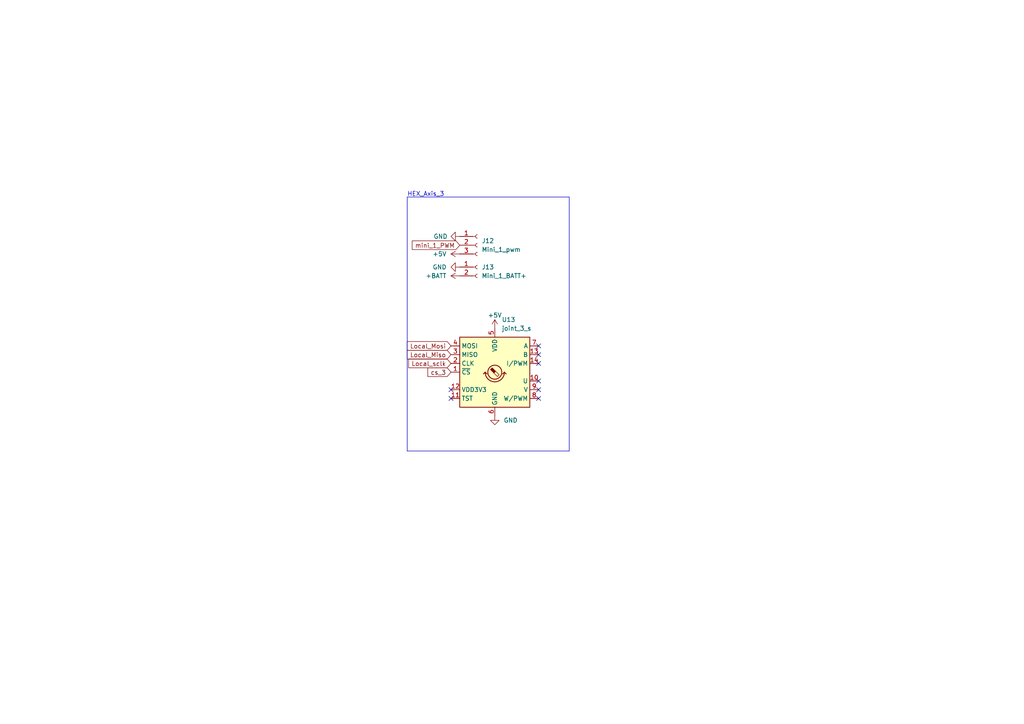
<source format=kicad_sch>
(kicad_sch (version 20230121) (generator eeschema)

  (uuid e632de0e-8ab6-4ad6-a57c-5e6386a4b6fd)

  (paper "A4")

  (lib_symbols
    (symbol "Connector:Conn_01x02_Female" (pin_names (offset 1.016) hide) (in_bom yes) (on_board yes)
      (property "Reference" "J" (at 0 2.54 0)
        (effects (font (size 1.27 1.27)))
      )
      (property "Value" "Conn_01x02_Female" (at 0 -5.08 0)
        (effects (font (size 1.27 1.27)))
      )
      (property "Footprint" "" (at 0 0 0)
        (effects (font (size 1.27 1.27)) hide)
      )
      (property "Datasheet" "~" (at 0 0 0)
        (effects (font (size 1.27 1.27)) hide)
      )
      (property "ki_keywords" "connector" (at 0 0 0)
        (effects (font (size 1.27 1.27)) hide)
      )
      (property "ki_description" "Generic connector, single row, 01x02, script generated (kicad-library-utils/schlib/autogen/connector/)" (at 0 0 0)
        (effects (font (size 1.27 1.27)) hide)
      )
      (property "ki_fp_filters" "Connector*:*_1x??_*" (at 0 0 0)
        (effects (font (size 1.27 1.27)) hide)
      )
      (symbol "Conn_01x02_Female_1_1"
        (arc (start 0 -2.032) (mid -0.5058 -2.54) (end 0 -3.048)
          (stroke (width 0.1524) (type default))
          (fill (type none))
        )
        (polyline
          (pts
            (xy -1.27 -2.54)
            (xy -0.508 -2.54)
          )
          (stroke (width 0.1524) (type default))
          (fill (type none))
        )
        (polyline
          (pts
            (xy -1.27 0)
            (xy -0.508 0)
          )
          (stroke (width 0.1524) (type default))
          (fill (type none))
        )
        (arc (start 0 0.508) (mid -0.5058 0) (end 0 -0.508)
          (stroke (width 0.1524) (type default))
          (fill (type none))
        )
        (pin passive line (at -5.08 0 0) (length 3.81)
          (name "Pin_1" (effects (font (size 1.27 1.27))))
          (number "1" (effects (font (size 1.27 1.27))))
        )
        (pin passive line (at -5.08 -2.54 0) (length 3.81)
          (name "Pin_2" (effects (font (size 1.27 1.27))))
          (number "2" (effects (font (size 1.27 1.27))))
        )
      )
    )
    (symbol "Connector:Conn_01x03_Female" (pin_names (offset 1.016) hide) (in_bom yes) (on_board yes)
      (property "Reference" "J" (at 0 5.08 0)
        (effects (font (size 1.27 1.27)))
      )
      (property "Value" "Conn_01x03_Female" (at 0 -5.08 0)
        (effects (font (size 1.27 1.27)))
      )
      (property "Footprint" "" (at 0 0 0)
        (effects (font (size 1.27 1.27)) hide)
      )
      (property "Datasheet" "~" (at 0 0 0)
        (effects (font (size 1.27 1.27)) hide)
      )
      (property "ki_keywords" "connector" (at 0 0 0)
        (effects (font (size 1.27 1.27)) hide)
      )
      (property "ki_description" "Generic connector, single row, 01x03, script generated (kicad-library-utils/schlib/autogen/connector/)" (at 0 0 0)
        (effects (font (size 1.27 1.27)) hide)
      )
      (property "ki_fp_filters" "Connector*:*_1x??_*" (at 0 0 0)
        (effects (font (size 1.27 1.27)) hide)
      )
      (symbol "Conn_01x03_Female_1_1"
        (arc (start 0 -2.032) (mid -0.5058 -2.54) (end 0 -3.048)
          (stroke (width 0.1524) (type default))
          (fill (type none))
        )
        (polyline
          (pts
            (xy -1.27 -2.54)
            (xy -0.508 -2.54)
          )
          (stroke (width 0.1524) (type default))
          (fill (type none))
        )
        (polyline
          (pts
            (xy -1.27 0)
            (xy -0.508 0)
          )
          (stroke (width 0.1524) (type default))
          (fill (type none))
        )
        (polyline
          (pts
            (xy -1.27 2.54)
            (xy -0.508 2.54)
          )
          (stroke (width 0.1524) (type default))
          (fill (type none))
        )
        (arc (start 0 0.508) (mid -0.5058 0) (end 0 -0.508)
          (stroke (width 0.1524) (type default))
          (fill (type none))
        )
        (arc (start 0 3.048) (mid -0.5058 2.54) (end 0 2.032)
          (stroke (width 0.1524) (type default))
          (fill (type none))
        )
        (pin passive line (at -5.08 2.54 0) (length 3.81)
          (name "Pin_1" (effects (font (size 1.27 1.27))))
          (number "1" (effects (font (size 1.27 1.27))))
        )
        (pin passive line (at -5.08 0 0) (length 3.81)
          (name "Pin_2" (effects (font (size 1.27 1.27))))
          (number "2" (effects (font (size 1.27 1.27))))
        )
        (pin passive line (at -5.08 -2.54 0) (length 3.81)
          (name "Pin_3" (effects (font (size 1.27 1.27))))
          (number "3" (effects (font (size 1.27 1.27))))
        )
      )
    )
    (symbol "Sensor_Magnetic:AS5047D" (in_bom yes) (on_board yes)
      (property "Reference" "U9" (at 2.0194 15.24 0)
        (effects (font (size 1.27 1.27)) (justify left))
      )
      (property "Value" "joint_3_s" (at 2.0194 12.7 0)
        (effects (font (size 1.27 1.27)) (justify left))
      )
      (property "Footprint" "Connector_JST:JST_EH_B6B-EH-A_1x06_P2.50mm_Vertical" (at 0 -15.24 0)
        (effects (font (size 1.27 1.27)) hide)
      )
      (property "Datasheet" "https://ams.com/documents/20143/36005/AS5047D_DS000394_2-00.pdf" (at -19.05 -13.97 0)
        (effects (font (size 1.27 1.27)) hide)
      )
      (property "ki_keywords" "Magnetic Hall Sensor" (at 0 0 0)
        (effects (font (size 1.27 1.27)) hide)
      )
      (property "ki_description" "On-Axis Magnetic Position Sensor, 14-bit, PWM Output, ABI Output, UVW Output, SPI Interface, TSSOP-14" (at 0 0 0)
        (effects (font (size 1.27 1.27)) hide)
      )
      (property "ki_fp_filters" "TSSOP*4.4x5mm*P0.65mm*" (at 0 0 0)
        (effects (font (size 1.27 1.27)) hide)
      )
      (symbol "AS5047D_1_1"
        (rectangle (start -10.16 10.16) (end 10.16 -10.16)
          (stroke (width 0.254) (type default))
          (fill (type background))
        )
        (arc (start -2.794 0) (mid 0 -2.7819) (end 2.794 0)
          (stroke (width 0.254) (type default))
          (fill (type none))
        )
        (polyline
          (pts
            (xy -2.794 0)
            (xy -3.302 -0.508)
          )
          (stroke (width 0.254) (type default))
          (fill (type none))
        )
        (polyline
          (pts
            (xy -2.794 0)
            (xy -2.286 -0.508)
          )
          (stroke (width 0.254) (type default))
          (fill (type none))
        )
        (polyline
          (pts
            (xy 2.794 0)
            (xy 2.286 -0.508)
          )
          (stroke (width 0.254) (type default))
          (fill (type none))
        )
        (polyline
          (pts
            (xy 2.794 0)
            (xy 3.302 -0.508)
          )
          (stroke (width 0.254) (type default))
          (fill (type none))
        )
        (polyline
          (pts
            (xy 0.254 0.254)
            (xy 1.27 -0.762)
            (xy 0.762 -1.27)
            (xy -0.254 -0.254)
          )
          (stroke (width 0) (type default))
          (fill (type none))
        )
        (polyline
          (pts
            (xy -0.762 1.27)
            (xy 0.254 0.254)
            (xy -0.254 -0.254)
            (xy -1.27 0.762)
            (xy -1.016 1.016)
            (xy -0.762 1.27)
            (xy -0.635 1.143)
          )
          (stroke (width 0) (type default))
          (fill (type outline))
        )
        (circle (center 0 0) (radius 2.032)
          (stroke (width 0.254) (type default))
          (fill (type none))
        )
        (pin input line (at -12.7 0 0) (length 2.54)
          (name "~{CS}" (effects (font (size 1.27 1.27))))
          (number "1" (effects (font (size 1.27 1.27))))
        )
        (pin output line (at 12.7 -2.54 180) (length 2.54)
          (name "U" (effects (font (size 1.27 1.27))))
          (number "10" (effects (font (size 1.27 1.27))))
        )
        (pin input line (at -12.7 -7.62 0) (length 2.54)
          (name "TST" (effects (font (size 1.27 1.27))))
          (number "11" (effects (font (size 1.27 1.27))))
        )
        (pin power_out line (at -12.7 -5.08 0) (length 2.54)
          (name "VDD3V3" (effects (font (size 1.27 1.27))))
          (number "12" (effects (font (size 1.27 1.27))))
        )
        (pin output line (at 12.7 5.08 180) (length 2.54)
          (name "B" (effects (font (size 1.27 1.27))))
          (number "13" (effects (font (size 1.27 1.27))))
        )
        (pin output line (at 12.7 2.54 180) (length 2.54)
          (name "I/PWM" (effects (font (size 1.27 1.27))))
          (number "14" (effects (font (size 1.27 1.27))))
        )
        (pin input line (at -12.7 2.54 0) (length 2.54)
          (name "CLK" (effects (font (size 1.27 1.27))))
          (number "2" (effects (font (size 1.27 1.27))))
        )
        (pin output line (at -12.7 5.08 0) (length 2.54)
          (name "MISO" (effects (font (size 1.27 1.27))))
          (number "3" (effects (font (size 1.27 1.27))))
        )
        (pin input line (at -12.7 7.62 0) (length 2.54)
          (name "MOSI" (effects (font (size 1.27 1.27))))
          (number "4" (effects (font (size 1.27 1.27))))
        )
        (pin power_in line (at 0 12.7 270) (length 2.54)
          (name "VDD" (effects (font (size 1.27 1.27))))
          (number "5" (effects (font (size 1.27 1.27))))
        )
        (pin power_in line (at 0 -12.7 90) (length 2.54)
          (name "GND" (effects (font (size 1.27 1.27))))
          (number "6" (effects (font (size 1.27 1.27))))
        )
        (pin output line (at 12.7 7.62 180) (length 2.54)
          (name "A" (effects (font (size 1.27 1.27))))
          (number "7" (effects (font (size 1.27 1.27))))
        )
        (pin output line (at 12.7 -7.62 180) (length 2.54)
          (name "W/PWM" (effects (font (size 1.27 1.27))))
          (number "8" (effects (font (size 1.27 1.27))))
        )
        (pin output line (at 12.7 -5.08 180) (length 2.54)
          (name "V" (effects (font (size 1.27 1.27))))
          (number "9" (effects (font (size 1.27 1.27))))
        )
      )
    )
    (symbol "power:+5V" (power) (pin_names (offset 0)) (in_bom yes) (on_board yes)
      (property "Reference" "#PWR" (at 0 -3.81 0)
        (effects (font (size 1.27 1.27)) hide)
      )
      (property "Value" "+5V" (at 0 3.556 0)
        (effects (font (size 1.27 1.27)))
      )
      (property "Footprint" "" (at 0 0 0)
        (effects (font (size 1.27 1.27)) hide)
      )
      (property "Datasheet" "" (at 0 0 0)
        (effects (font (size 1.27 1.27)) hide)
      )
      (property "ki_keywords" "power-flag" (at 0 0 0)
        (effects (font (size 1.27 1.27)) hide)
      )
      (property "ki_description" "Power symbol creates a global label with name \"+5V\"" (at 0 0 0)
        (effects (font (size 1.27 1.27)) hide)
      )
      (symbol "+5V_0_1"
        (polyline
          (pts
            (xy -0.762 1.27)
            (xy 0 2.54)
          )
          (stroke (width 0) (type default))
          (fill (type none))
        )
        (polyline
          (pts
            (xy 0 0)
            (xy 0 2.54)
          )
          (stroke (width 0) (type default))
          (fill (type none))
        )
        (polyline
          (pts
            (xy 0 2.54)
            (xy 0.762 1.27)
          )
          (stroke (width 0) (type default))
          (fill (type none))
        )
      )
      (symbol "+5V_1_1"
        (pin power_in line (at 0 0 90) (length 0) hide
          (name "+5V" (effects (font (size 1.27 1.27))))
          (number "1" (effects (font (size 1.27 1.27))))
        )
      )
    )
    (symbol "power:+BATT" (power) (pin_names (offset 0)) (in_bom yes) (on_board yes)
      (property "Reference" "#PWR" (at 0 -3.81 0)
        (effects (font (size 1.27 1.27)) hide)
      )
      (property "Value" "+BATT" (at 0 3.556 0)
        (effects (font (size 1.27 1.27)))
      )
      (property "Footprint" "" (at 0 0 0)
        (effects (font (size 1.27 1.27)) hide)
      )
      (property "Datasheet" "" (at 0 0 0)
        (effects (font (size 1.27 1.27)) hide)
      )
      (property "ki_keywords" "power-flag battery" (at 0 0 0)
        (effects (font (size 1.27 1.27)) hide)
      )
      (property "ki_description" "Power symbol creates a global label with name \"+BATT\"" (at 0 0 0)
        (effects (font (size 1.27 1.27)) hide)
      )
      (symbol "+BATT_0_1"
        (polyline
          (pts
            (xy -0.762 1.27)
            (xy 0 2.54)
          )
          (stroke (width 0) (type default))
          (fill (type none))
        )
        (polyline
          (pts
            (xy 0 0)
            (xy 0 2.54)
          )
          (stroke (width 0) (type default))
          (fill (type none))
        )
        (polyline
          (pts
            (xy 0 2.54)
            (xy 0.762 1.27)
          )
          (stroke (width 0) (type default))
          (fill (type none))
        )
      )
      (symbol "+BATT_1_1"
        (pin power_in line (at 0 0 90) (length 0) hide
          (name "+BATT" (effects (font (size 1.27 1.27))))
          (number "1" (effects (font (size 1.27 1.27))))
        )
      )
    )
    (symbol "power:GND" (power) (pin_names (offset 0)) (in_bom yes) (on_board yes)
      (property "Reference" "#PWR" (at 0 -6.35 0)
        (effects (font (size 1.27 1.27)) hide)
      )
      (property "Value" "GND" (at 0 -3.81 0)
        (effects (font (size 1.27 1.27)))
      )
      (property "Footprint" "" (at 0 0 0)
        (effects (font (size 1.27 1.27)) hide)
      )
      (property "Datasheet" "" (at 0 0 0)
        (effects (font (size 1.27 1.27)) hide)
      )
      (property "ki_keywords" "power-flag" (at 0 0 0)
        (effects (font (size 1.27 1.27)) hide)
      )
      (property "ki_description" "Power symbol creates a global label with name \"GND\" , ground" (at 0 0 0)
        (effects (font (size 1.27 1.27)) hide)
      )
      (symbol "GND_0_1"
        (polyline
          (pts
            (xy 0 0)
            (xy 0 -1.27)
            (xy 1.27 -1.27)
            (xy 0 -2.54)
            (xy -1.27 -1.27)
            (xy 0 -1.27)
          )
          (stroke (width 0) (type default))
          (fill (type none))
        )
      )
      (symbol "GND_1_1"
        (pin power_in line (at 0 0 270) (length 0) hide
          (name "GND" (effects (font (size 1.27 1.27))))
          (number "1" (effects (font (size 1.27 1.27))))
        )
      )
    )
  )


  (no_connect (at 130.81 115.57) (uuid 09120d25-75f7-4b8c-adde-26c464c3b13a))
  (no_connect (at 156.21 105.41) (uuid 1cd816d2-f015-4b71-acd7-11a7fd7ae287))
  (no_connect (at 156.21 115.57) (uuid 6901c451-7bf4-4435-a7b4-7e9bbc850336))
  (no_connect (at 156.21 102.87) (uuid 766d0698-d633-4306-8be3-203d83e33341))
  (no_connect (at 156.21 113.03) (uuid ab6ee63b-1520-4b81-b8ea-5b2027cc1796))
  (no_connect (at 156.21 100.33) (uuid ab81a331-3db9-44a6-bd37-d9f5807c5f6a))
  (no_connect (at 130.81 113.03) (uuid b6866f6e-272f-4a5d-b34a-8d344df8f861))
  (no_connect (at 156.21 110.49) (uuid fdcf0cf1-f46f-4031-aafa-cb2b7a313961))

  (polyline (pts (xy 118.11 57.15) (xy 165.1 57.15))
    (stroke (width 0) (type default))
    (uuid 02e848d9-47d8-455d-848f-f0806f6208db)
  )
  (polyline (pts (xy 118.11 57.15) (xy 118.11 130.81))
    (stroke (width 0) (type default))
    (uuid 043c2c6c-4455-41c6-985a-2b7d2ed54368)
  )
  (polyline (pts (xy 165.1 130.81) (xy 118.11 130.81))
    (stroke (width 0) (type default))
    (uuid 6727a81e-d113-4bea-b85e-308fc1c03554)
  )
  (polyline (pts (xy 165.1 57.15) (xy 165.1 130.81))
    (stroke (width 0) (type default))
    (uuid e8730c72-5153-480e-97b3-b31903ad831a)
  )

  (text "HEX_Axis_3" (at 118.11 57.15 0)
    (effects (font (size 1.27 1.27)) (justify left bottom))
    (uuid 5c51664a-f077-489f-a940-b2afcdbcad2c)
  )

  (global_label "Local_Miso" (shape input) (at 130.81 102.87 180) (fields_autoplaced)
    (effects (font (size 1.27 1.27)) (justify right))
    (uuid 522185e9-9860-408e-8340-69f00b980dad)
    (property "Intersheetrefs" "${INTERSHEET_REFS}" (at 118.1159 102.7906 0)
      (effects (font (size 1.27 1.27)) (justify right) hide)
    )
  )
  (global_label "Local_sclk" (shape input) (at 130.81 105.41 180) (fields_autoplaced)
    (effects (font (size 1.27 1.27)) (justify right))
    (uuid 5a4b558d-7608-4418-ba94-387a0d17abd3)
    (property "Intersheetrefs" "${INTERSHEET_REFS}" (at 118.5393 105.3306 0)
      (effects (font (size 1.27 1.27)) (justify right) hide)
    )
  )
  (global_label "Local_Mosi" (shape input) (at 130.81 100.33 180) (fields_autoplaced)
    (effects (font (size 1.27 1.27)) (justify right))
    (uuid ad3fd10d-65ac-482d-9acd-bb685f286046)
    (property "Intersheetrefs" "${INTERSHEET_REFS}" (at 118.1159 100.2506 0)
      (effects (font (size 1.27 1.27)) (justify right) hide)
    )
  )
  (global_label "cs_3" (shape input) (at 130.81 107.95 180) (fields_autoplaced)
    (effects (font (size 1.27 1.27)) (justify right))
    (uuid b8496d4c-8410-4c26-84d3-3383eaaa1e70)
    (property "Intersheetrefs" "${INTERSHEET_REFS}" (at 124.1031 107.8706 0)
      (effects (font (size 1.27 1.27)) (justify right) hide)
    )
  )
  (global_label "mini_1_PWM" (shape input) (at 133.35 71.12 180) (fields_autoplaced)
    (effects (font (size 1.27 1.27)) (justify right))
    (uuid dafb6ba8-7c60-431d-b637-0e7a9bf12c63)
    (property "Intersheetrefs" "${INTERSHEET_REFS}" (at 119.5674 71.0406 0)
      (effects (font (size 1.27 1.27)) (justify right) hide)
    )
  )

  (symbol (lib_id "Connector:Conn_01x02_Female") (at 138.43 77.47 0) (unit 1)
    (in_bom yes) (on_board yes) (dnp no) (fields_autoplaced)
    (uuid 0b256cb0-bda8-4660-9cdd-fd88dc6dbb90)
    (property "Reference" "J13" (at 139.7 77.4699 0)
      (effects (font (size 1.27 1.27)) (justify left))
    )
    (property "Value" "Mini_1_BATT+" (at 139.7 80.0099 0)
      (effects (font (size 1.27 1.27)) (justify left))
    )
    (property "Footprint" "Connector_AMASS:AMASS_XT60-F_1x02_P7.20mm_Vertical" (at 138.43 77.47 0)
      (effects (font (size 1.27 1.27)) hide)
    )
    (property "Datasheet" "~" (at 138.43 77.47 0)
      (effects (font (size 1.27 1.27)) hide)
    )
    (pin "1" (uuid f40f5b74-fa87-4e1c-85a4-c66e23508f73))
    (pin "2" (uuid cf1741e1-3538-4748-96fc-7bcf6f62a2dc))
    (instances
      (project "Astra_Arm_Modulus_Board"
        (path "/5ec39053-555a-43fe-ae74-e56e49193da4/028fe221-bce4-4ee7-b712-9629ac440bc4"
          (reference "J13") (unit 1)
        )
      )
    )
  )

  (symbol (lib_id "Connector:Conn_01x03_Female") (at 138.43 71.12 0) (unit 1)
    (in_bom yes) (on_board yes) (dnp no) (fields_autoplaced)
    (uuid 24f060ab-3e69-4b7c-bf9a-e6c06bf90646)
    (property "Reference" "J12" (at 139.7 69.8499 0)
      (effects (font (size 1.27 1.27)) (justify left))
    )
    (property "Value" "Mini_1_pwm" (at 139.7 72.3899 0)
      (effects (font (size 1.27 1.27)) (justify left))
    )
    (property "Footprint" "Connector_JST:JST_EH_B3B-EH-A_1x03_P2.50mm_Vertical" (at 138.43 71.12 0)
      (effects (font (size 1.27 1.27)) hide)
    )
    (property "Datasheet" "~" (at 138.43 71.12 0)
      (effects (font (size 1.27 1.27)) hide)
    )
    (pin "1" (uuid 5de7f87b-ee2e-4123-9359-36957020274c))
    (pin "2" (uuid dc4d782f-7953-4c60-b3d7-552ee1506cf5))
    (pin "3" (uuid 77093c89-9747-48e8-82c1-aeaffa01e221))
    (instances
      (project "Astra_Arm_Modulus_Board"
        (path "/5ec39053-555a-43fe-ae74-e56e49193da4/028fe221-bce4-4ee7-b712-9629ac440bc4"
          (reference "J12") (unit 1)
        )
      )
    )
  )

  (symbol (lib_id "power:+BATT") (at 133.35 80.01 90) (unit 1)
    (in_bom yes) (on_board yes) (dnp no) (fields_autoplaced)
    (uuid 28e7e923-c0d1-43d1-a945-c4787e4ead27)
    (property "Reference" "#PWR0165" (at 137.16 80.01 0)
      (effects (font (size 1.27 1.27)) hide)
    )
    (property "Value" "+BATT" (at 129.54 80.0101 90)
      (effects (font (size 1.27 1.27)) (justify left))
    )
    (property "Footprint" "" (at 133.35 80.01 0)
      (effects (font (size 1.27 1.27)) hide)
    )
    (property "Datasheet" "" (at 133.35 80.01 0)
      (effects (font (size 1.27 1.27)) hide)
    )
    (pin "1" (uuid 80893d9a-d5d2-4a1b-9cbe-45c457dc0b97))
    (instances
      (project "Astra_Arm_Modulus_Board"
        (path "/5ec39053-555a-43fe-ae74-e56e49193da4/028fe221-bce4-4ee7-b712-9629ac440bc4"
          (reference "#PWR0165") (unit 1)
        )
      )
    )
  )

  (symbol (lib_id "power:GND") (at 143.51 120.65 0) (unit 1)
    (in_bom yes) (on_board yes) (dnp no) (fields_autoplaced)
    (uuid 3bdf06ed-3402-4ecf-9325-33bb6d598a0c)
    (property "Reference" "#PWR0167" (at 143.51 127 0)
      (effects (font (size 1.27 1.27)) hide)
    )
    (property "Value" "GND" (at 146.05 121.9199 0)
      (effects (font (size 1.27 1.27)) (justify left))
    )
    (property "Footprint" "" (at 143.51 120.65 0)
      (effects (font (size 1.27 1.27)) hide)
    )
    (property "Datasheet" "" (at 143.51 120.65 0)
      (effects (font (size 1.27 1.27)) hide)
    )
    (pin "1" (uuid bc07f102-319c-408f-be59-1509078e4782))
    (instances
      (project "Astra_Arm_Modulus_Board"
        (path "/5ec39053-555a-43fe-ae74-e56e49193da4/028fe221-bce4-4ee7-b712-9629ac440bc4"
          (reference "#PWR0167") (unit 1)
        )
      )
    )
  )

  (symbol (lib_id "Sensor_Magnetic:AS5047D") (at 143.51 107.95 0) (unit 1)
    (in_bom yes) (on_board yes) (dnp no) (fields_autoplaced)
    (uuid 8cad91e8-1009-4802-8577-934966a29ee5)
    (property "Reference" "U13" (at 145.5294 92.71 0)
      (effects (font (size 1.27 1.27)) (justify left))
    )
    (property "Value" "joint_3_s" (at 145.5294 95.25 0)
      (effects (font (size 1.27 1.27)) (justify left))
    )
    (property "Footprint" "Connector_JST:JST_EH_B6B-EH-A_1x06_P2.50mm_Vertical" (at 143.51 123.19 0)
      (effects (font (size 1.27 1.27)) hide)
    )
    (property "Datasheet" "https://ams.com/documents/20143/36005/AS5047D_DS000394_2-00.pdf" (at 124.46 121.92 0)
      (effects (font (size 1.27 1.27)) hide)
    )
    (pin "1" (uuid 8f61623d-6c54-457e-b573-e4df4ce6dad1))
    (pin "10" (uuid 8b12b1cd-acf7-4197-8a84-9c0e37a9e8a4))
    (pin "11" (uuid 92772f23-5028-431c-bd6d-1c02f1f79621))
    (pin "12" (uuid 28ebf60f-2c73-40e6-8629-516da6d41394))
    (pin "13" (uuid 9b7e2710-b839-405e-8892-414634a20ce5))
    (pin "14" (uuid df2ac04f-4d2c-4a37-8ae9-bb867b80eb4b))
    (pin "2" (uuid b6978463-af05-466f-a06d-9267a7763f97))
    (pin "3" (uuid dd757163-a0d9-42ad-b614-8ab52d78acc8))
    (pin "4" (uuid b64efc88-9610-4acb-b3ea-c8455d59dccc))
    (pin "5" (uuid 5acfee10-0653-4ea3-8bc9-464d8dc88541))
    (pin "6" (uuid 8f6b4e3c-5df7-4b40-b33b-a4522206ebf4))
    (pin "7" (uuid 55ff4ffb-01d3-493d-80f3-989fd794408f))
    (pin "8" (uuid 25caab73-5965-4ee3-ba1f-27161d57274d))
    (pin "9" (uuid 6687f770-b650-424c-ac52-8c3df25770bc))
    (instances
      (project "Astra_Arm_Modulus_Board"
        (path "/5ec39053-555a-43fe-ae74-e56e49193da4/028fe221-bce4-4ee7-b712-9629ac440bc4"
          (reference "U13") (unit 1)
        )
      )
    )
  )

  (symbol (lib_id "power:GND") (at 133.35 68.58 270) (unit 1)
    (in_bom yes) (on_board yes) (dnp no)
    (uuid 900f7942-9a1d-44c5-940c-16862de5f09b)
    (property "Reference" "#PWR0166" (at 127 68.58 0)
      (effects (font (size 1.27 1.27)) hide)
    )
    (property "Value" "GND" (at 125.73 68.58 90)
      (effects (font (size 1.27 1.27)) (justify left))
    )
    (property "Footprint" "" (at 133.35 68.58 0)
      (effects (font (size 1.27 1.27)) hide)
    )
    (property "Datasheet" "" (at 133.35 68.58 0)
      (effects (font (size 1.27 1.27)) hide)
    )
    (pin "1" (uuid 00fbdab3-03a0-4272-b368-b5589e0554a0))
    (instances
      (project "Astra_Arm_Modulus_Board"
        (path "/5ec39053-555a-43fe-ae74-e56e49193da4/028fe221-bce4-4ee7-b712-9629ac440bc4"
          (reference "#PWR0166") (unit 1)
        )
      )
    )
  )

  (symbol (lib_id "power:+5V") (at 133.35 73.66 90) (unit 1)
    (in_bom yes) (on_board yes) (dnp no) (fields_autoplaced)
    (uuid a8d8b621-b146-4df5-99ea-28d151921383)
    (property "Reference" "#PWR0180" (at 137.16 73.66 0)
      (effects (font (size 1.27 1.27)) hide)
    )
    (property "Value" "+5V" (at 129.54 73.6599 90)
      (effects (font (size 1.27 1.27)) (justify left))
    )
    (property "Footprint" "" (at 133.35 73.66 0)
      (effects (font (size 1.27 1.27)) hide)
    )
    (property "Datasheet" "" (at 133.35 73.66 0)
      (effects (font (size 1.27 1.27)) hide)
    )
    (pin "1" (uuid f361acf2-d91e-46a7-b9ee-459d4ecd8fbd))
    (instances
      (project "Astra_Arm_Modulus_Board"
        (path "/5ec39053-555a-43fe-ae74-e56e49193da4/028fe221-bce4-4ee7-b712-9629ac440bc4"
          (reference "#PWR0180") (unit 1)
        )
      )
    )
  )

  (symbol (lib_id "power:+5V") (at 143.51 95.25 0) (unit 1)
    (in_bom yes) (on_board yes) (dnp no)
    (uuid acb4e43f-d7dc-4afd-8594-279b1eba52fd)
    (property "Reference" "#PWR0168" (at 143.51 99.06 0)
      (effects (font (size 1.27 1.27)) hide)
    )
    (property "Value" "+5V" (at 143.51 91.44 0)
      (effects (font (size 1.27 1.27)))
    )
    (property "Footprint" "" (at 143.51 95.25 0)
      (effects (font (size 1.27 1.27)) hide)
    )
    (property "Datasheet" "" (at 143.51 95.25 0)
      (effects (font (size 1.27 1.27)) hide)
    )
    (pin "1" (uuid f425f3f7-878f-47da-97dc-dba208e4a2b2))
    (instances
      (project "Astra_Arm_Modulus_Board"
        (path "/5ec39053-555a-43fe-ae74-e56e49193da4/028fe221-bce4-4ee7-b712-9629ac440bc4"
          (reference "#PWR0168") (unit 1)
        )
      )
    )
  )

  (symbol (lib_id "power:GND") (at 133.35 77.47 270) (unit 1)
    (in_bom yes) (on_board yes) (dnp no) (fields_autoplaced)
    (uuid f9c93c2c-6512-4a4d-8354-60a192d8668c)
    (property "Reference" "#PWR0164" (at 127 77.47 0)
      (effects (font (size 1.27 1.27)) hide)
    )
    (property "Value" "GND" (at 129.54 77.4701 90)
      (effects (font (size 1.27 1.27)) (justify right))
    )
    (property "Footprint" "" (at 133.35 77.47 0)
      (effects (font (size 1.27 1.27)) hide)
    )
    (property "Datasheet" "" (at 133.35 77.47 0)
      (effects (font (size 1.27 1.27)) hide)
    )
    (pin "1" (uuid 27bb4f73-78eb-4bff-bd47-af351f09c71d))
    (instances
      (project "Astra_Arm_Modulus_Board"
        (path "/5ec39053-555a-43fe-ae74-e56e49193da4/028fe221-bce4-4ee7-b712-9629ac440bc4"
          (reference "#PWR0164") (unit 1)
        )
      )
    )
  )
)

</source>
